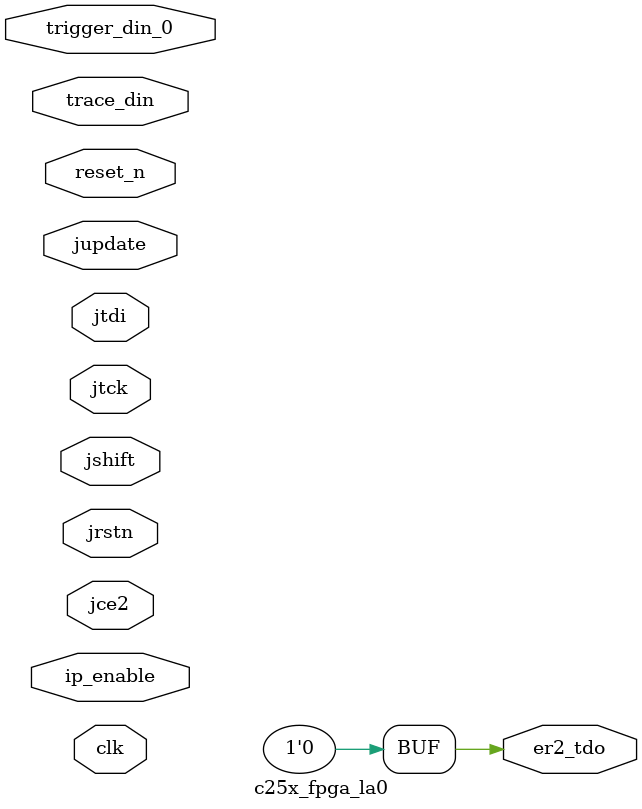
<source format=v>

/* WARNING - Changes to this file should be performed by re-running IPexpress
or modifying the .LPC file and regenerating the core.  Other changes may lead
to inconsistent simulation and/or implemenation results */

module c25x_fpga_la0 (
    clk,
    reset_n,
    jtck,
    jrstn,
    jce2,
    jtdi,
    er2_tdo,
    jshift,
    jupdate,
    trigger_din_0,
    trace_din,
    ip_enable
);

// PARAMETERS DEFINED BY USER
localparam NUM_TRACE_SIGNALS   = 63;
localparam NUM_TRIGGER_SIGNALS = 1;
localparam INCLUDE_TRIG_DATA   = 0;
localparam NUM_TU_BITS_0       = 1;

input  clk;
input  reset_n;
input  jtck;
input  jrstn;
input  jce2;
input  jtdi;
output er2_tdo;
input  jshift;
input  jupdate;
input  [NUM_TU_BITS_0 -1:0] trigger_din_0;
input  [NUM_TRACE_SIGNALS + (NUM_TRIGGER_SIGNALS * INCLUDE_TRIG_DATA) -1:0] trace_din;
input  ip_enable;

assign er2_tdo = 1'b0;

endmodule

</source>
